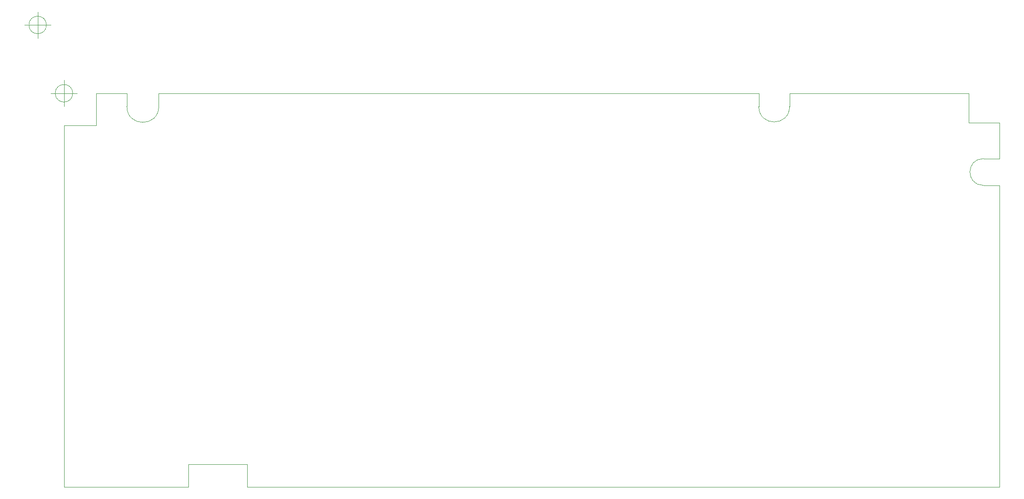
<source format=gbr>
G04 #@! TF.GenerationSoftware,KiCad,Pcbnew,6.0.4-6f826c9f35~116~ubuntu20.04.1*
G04 #@! TF.CreationDate,2022-04-24T22:14:47+02:00*
G04 #@! TF.ProjectId,keyboard,6b657962-6f61-4726-942e-6b696361645f,rev?*
G04 #@! TF.SameCoordinates,Original*
G04 #@! TF.FileFunction,Profile,NP*
%FSLAX46Y46*%
G04 Gerber Fmt 4.6, Leading zero omitted, Abs format (unit mm)*
G04 Created by KiCad (PCBNEW 6.0.4-6f826c9f35~116~ubuntu20.04.1) date 2022-04-24 22:14:47*
%MOMM*%
%LPD*%
G01*
G04 APERTURE LIST*
G04 #@! TA.AperFunction,Profile*
%ADD10C,0.100000*%
G04 #@! TD*
G04 #@! TA.AperFunction,Profile*
%ADD11C,0.050000*%
G04 #@! TD*
G04 APERTURE END LIST*
D10*
X192532000Y-27686000D02*
X192532000Y-20828000D01*
X192532000Y-90170000D02*
X192532000Y-32766000D01*
X32750000Y-15250000D02*
X146812000Y-15250000D01*
D11*
X146812000Y-17780000D02*
G75*
G03*
X152654000Y-17780000I2921000J0D01*
G01*
D10*
X20828000Y-15240000D02*
X26686000Y-15240000D01*
X152654000Y-17780000D02*
X152654000Y-15240000D01*
X186690000Y-15240000D02*
X186690000Y-20828000D01*
D11*
X189484000Y-27686000D02*
G75*
G03*
X189484000Y-32766000I0J-2540000D01*
G01*
D10*
X14732000Y-90170000D02*
X14732000Y-21336000D01*
X49530000Y-90170000D02*
X49530000Y-85852000D01*
X38354000Y-90170000D02*
X14732000Y-90170000D01*
X146812000Y-15250000D02*
X146812000Y-17780000D01*
X38354000Y-85852000D02*
X38354000Y-90170000D01*
X152654000Y-15240000D02*
X186690000Y-15240000D01*
X14732000Y-21336000D02*
X20828000Y-21336000D01*
D11*
X26686000Y-17750000D02*
G75*
G03*
X32750000Y-17750000I3032000J0D01*
G01*
D10*
X49530000Y-85852000D02*
X38354000Y-85852000D01*
X192532000Y-90170000D02*
X49530000Y-90170000D01*
X20828000Y-21336000D02*
X20828000Y-15240000D01*
X32750000Y-17750000D02*
X32750000Y-15250000D01*
X186690000Y-20828000D02*
X192532000Y-20828000D01*
X189484000Y-27686000D02*
X192532000Y-27686000D01*
X26686000Y-15240000D02*
X26686000Y-17750000D01*
X192532000Y-32766000D02*
X189484000Y-32766000D01*
D11*
X16398666Y-15240000D02*
G75*
G03*
X16398666Y-15240000I-1666666J0D01*
G01*
X12232000Y-15240000D02*
X17232000Y-15240000D01*
X14732000Y-12740000D02*
X14732000Y-17740000D01*
X11398666Y-2240000D02*
G75*
G03*
X11398666Y-2240000I-1666666J0D01*
G01*
X7232000Y-2240000D02*
X12232000Y-2240000D01*
X9732000Y260000D02*
X9732000Y-4740000D01*
M02*

</source>
